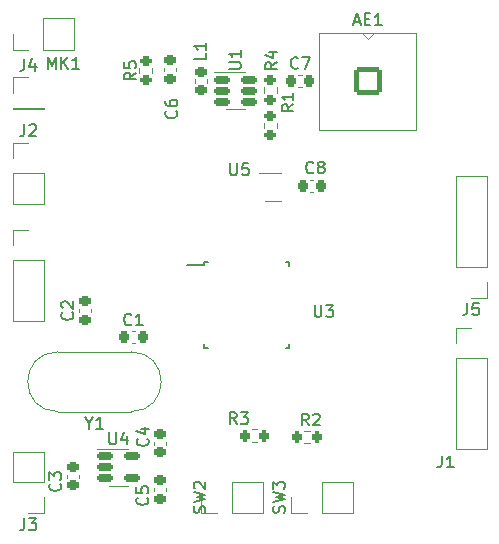
<source format=gto>
G04 #@! TF.GenerationSoftware,KiCad,Pcbnew,7.0.9-7.0.9~ubuntu22.04.1*
G04 #@! TF.CreationDate,2023-11-28T09:56:05+02:00*
G04 #@! TF.ProjectId,elepajaradio,656c6570-616a-4617-9261-64696f2e6b69,rev?*
G04 #@! TF.SameCoordinates,Original*
G04 #@! TF.FileFunction,Legend,Top*
G04 #@! TF.FilePolarity,Positive*
%FSLAX46Y46*%
G04 Gerber Fmt 4.6, Leading zero omitted, Abs format (unit mm)*
G04 Created by KiCad (PCBNEW 7.0.9-7.0.9~ubuntu22.04.1) date 2023-11-28 09:56:05*
%MOMM*%
%LPD*%
G01*
G04 APERTURE LIST*
G04 Aperture macros list*
%AMRoundRect*
0 Rectangle with rounded corners*
0 $1 Rounding radius*
0 $2 $3 $4 $5 $6 $7 $8 $9 X,Y pos of 4 corners*
0 Add a 4 corners polygon primitive as box body*
4,1,4,$2,$3,$4,$5,$6,$7,$8,$9,$2,$3,0*
0 Add four circle primitives for the rounded corners*
1,1,$1+$1,$2,$3*
1,1,$1+$1,$4,$5*
1,1,$1+$1,$6,$7*
1,1,$1+$1,$8,$9*
0 Add four rect primitives between the rounded corners*
20,1,$1+$1,$2,$3,$4,$5,0*
20,1,$1+$1,$4,$5,$6,$7,0*
20,1,$1+$1,$6,$7,$8,$9,0*
20,1,$1+$1,$8,$9,$2,$3,0*%
G04 Aperture macros list end*
%ADD10C,0.150000*%
%ADD11C,0.120000*%
%ADD12RoundRect,0.225000X-0.225000X-0.250000X0.225000X-0.250000X0.225000X0.250000X-0.225000X0.250000X0*%
%ADD13RoundRect,0.225000X0.250000X-0.225000X0.250000X0.225000X-0.250000X0.225000X-0.250000X-0.225000X0*%
%ADD14RoundRect,0.200000X-0.200000X-0.275000X0.200000X-0.275000X0.200000X0.275000X-0.200000X0.275000X0*%
%ADD15RoundRect,0.200100X-0.949900X0.949900X-0.949900X-0.949900X0.949900X-0.949900X0.949900X0.949900X0*%
%ADD16C,2.500000*%
%ADD17RoundRect,0.200000X-0.275000X0.200000X-0.275000X-0.200000X0.275000X-0.200000X0.275000X0.200000X0*%
%ADD18RoundRect,0.225000X-0.250000X0.225000X-0.250000X-0.225000X0.250000X-0.225000X0.250000X0.225000X0*%
%ADD19R,1.700000X1.700000*%
%ADD20O,1.700000X1.700000*%
%ADD21C,1.500000*%
%ADD22RoundRect,0.150000X-0.512500X-0.150000X0.512500X-0.150000X0.512500X0.150000X-0.512500X0.150000X0*%
%ADD23R,0.650000X0.400000*%
%ADD24RoundRect,0.200000X0.275000X-0.200000X0.275000X0.200000X-0.275000X0.200000X-0.275000X-0.200000X0*%
%ADD25RoundRect,0.225000X0.225000X0.250000X-0.225000X0.250000X-0.225000X-0.250000X0.225000X-0.250000X0*%
%ADD26R,1.600000X0.550000*%
%ADD27R,0.550000X1.600000*%
%ADD28RoundRect,0.200000X0.200000X0.275000X-0.200000X0.275000X-0.200000X-0.275000X0.200000X-0.275000X0*%
%ADD29RoundRect,0.218750X0.256250X-0.218750X0.256250X0.218750X-0.256250X0.218750X-0.256250X-0.218750X0*%
G04 APERTURE END LIST*
D10*
X149133333Y-86709580D02*
X149085714Y-86757200D01*
X149085714Y-86757200D02*
X148942857Y-86804819D01*
X148942857Y-86804819D02*
X148847619Y-86804819D01*
X148847619Y-86804819D02*
X148704762Y-86757200D01*
X148704762Y-86757200D02*
X148609524Y-86661961D01*
X148609524Y-86661961D02*
X148561905Y-86566723D01*
X148561905Y-86566723D02*
X148514286Y-86376247D01*
X148514286Y-86376247D02*
X148514286Y-86233390D01*
X148514286Y-86233390D02*
X148561905Y-86042914D01*
X148561905Y-86042914D02*
X148609524Y-85947676D01*
X148609524Y-85947676D02*
X148704762Y-85852438D01*
X148704762Y-85852438D02*
X148847619Y-85804819D01*
X148847619Y-85804819D02*
X148942857Y-85804819D01*
X148942857Y-85804819D02*
X149085714Y-85852438D01*
X149085714Y-85852438D02*
X149133333Y-85900057D01*
X149704762Y-86233390D02*
X149609524Y-86185771D01*
X149609524Y-86185771D02*
X149561905Y-86138152D01*
X149561905Y-86138152D02*
X149514286Y-86042914D01*
X149514286Y-86042914D02*
X149514286Y-85995295D01*
X149514286Y-85995295D02*
X149561905Y-85900057D01*
X149561905Y-85900057D02*
X149609524Y-85852438D01*
X149609524Y-85852438D02*
X149704762Y-85804819D01*
X149704762Y-85804819D02*
X149895238Y-85804819D01*
X149895238Y-85804819D02*
X149990476Y-85852438D01*
X149990476Y-85852438D02*
X150038095Y-85900057D01*
X150038095Y-85900057D02*
X150085714Y-85995295D01*
X150085714Y-85995295D02*
X150085714Y-86042914D01*
X150085714Y-86042914D02*
X150038095Y-86138152D01*
X150038095Y-86138152D02*
X149990476Y-86185771D01*
X149990476Y-86185771D02*
X149895238Y-86233390D01*
X149895238Y-86233390D02*
X149704762Y-86233390D01*
X149704762Y-86233390D02*
X149609524Y-86281009D01*
X149609524Y-86281009D02*
X149561905Y-86328628D01*
X149561905Y-86328628D02*
X149514286Y-86423866D01*
X149514286Y-86423866D02*
X149514286Y-86614342D01*
X149514286Y-86614342D02*
X149561905Y-86709580D01*
X149561905Y-86709580D02*
X149609524Y-86757200D01*
X149609524Y-86757200D02*
X149704762Y-86804819D01*
X149704762Y-86804819D02*
X149895238Y-86804819D01*
X149895238Y-86804819D02*
X149990476Y-86757200D01*
X149990476Y-86757200D02*
X150038095Y-86709580D01*
X150038095Y-86709580D02*
X150085714Y-86614342D01*
X150085714Y-86614342D02*
X150085714Y-86423866D01*
X150085714Y-86423866D02*
X150038095Y-86328628D01*
X150038095Y-86328628D02*
X149990476Y-86281009D01*
X149990476Y-86281009D02*
X149895238Y-86233390D01*
X128709580Y-98586666D02*
X128757200Y-98634285D01*
X128757200Y-98634285D02*
X128804819Y-98777142D01*
X128804819Y-98777142D02*
X128804819Y-98872380D01*
X128804819Y-98872380D02*
X128757200Y-99015237D01*
X128757200Y-99015237D02*
X128661961Y-99110475D01*
X128661961Y-99110475D02*
X128566723Y-99158094D01*
X128566723Y-99158094D02*
X128376247Y-99205713D01*
X128376247Y-99205713D02*
X128233390Y-99205713D01*
X128233390Y-99205713D02*
X128042914Y-99158094D01*
X128042914Y-99158094D02*
X127947676Y-99110475D01*
X127947676Y-99110475D02*
X127852438Y-99015237D01*
X127852438Y-99015237D02*
X127804819Y-98872380D01*
X127804819Y-98872380D02*
X127804819Y-98777142D01*
X127804819Y-98777142D02*
X127852438Y-98634285D01*
X127852438Y-98634285D02*
X127900057Y-98586666D01*
X127900057Y-98205713D02*
X127852438Y-98158094D01*
X127852438Y-98158094D02*
X127804819Y-98062856D01*
X127804819Y-98062856D02*
X127804819Y-97824761D01*
X127804819Y-97824761D02*
X127852438Y-97729523D01*
X127852438Y-97729523D02*
X127900057Y-97681904D01*
X127900057Y-97681904D02*
X127995295Y-97634285D01*
X127995295Y-97634285D02*
X128090533Y-97634285D01*
X128090533Y-97634285D02*
X128233390Y-97681904D01*
X128233390Y-97681904D02*
X128804819Y-98253332D01*
X128804819Y-98253332D02*
X128804819Y-97634285D01*
X142633333Y-108034819D02*
X142300000Y-107558628D01*
X142061905Y-108034819D02*
X142061905Y-107034819D01*
X142061905Y-107034819D02*
X142442857Y-107034819D01*
X142442857Y-107034819D02*
X142538095Y-107082438D01*
X142538095Y-107082438D02*
X142585714Y-107130057D01*
X142585714Y-107130057D02*
X142633333Y-107225295D01*
X142633333Y-107225295D02*
X142633333Y-107368152D01*
X142633333Y-107368152D02*
X142585714Y-107463390D01*
X142585714Y-107463390D02*
X142538095Y-107511009D01*
X142538095Y-107511009D02*
X142442857Y-107558628D01*
X142442857Y-107558628D02*
X142061905Y-107558628D01*
X142966667Y-107034819D02*
X143585714Y-107034819D01*
X143585714Y-107034819D02*
X143252381Y-107415771D01*
X143252381Y-107415771D02*
X143395238Y-107415771D01*
X143395238Y-107415771D02*
X143490476Y-107463390D01*
X143490476Y-107463390D02*
X143538095Y-107511009D01*
X143538095Y-107511009D02*
X143585714Y-107606247D01*
X143585714Y-107606247D02*
X143585714Y-107844342D01*
X143585714Y-107844342D02*
X143538095Y-107939580D01*
X143538095Y-107939580D02*
X143490476Y-107987200D01*
X143490476Y-107987200D02*
X143395238Y-108034819D01*
X143395238Y-108034819D02*
X143109524Y-108034819D01*
X143109524Y-108034819D02*
X143014286Y-107987200D01*
X143014286Y-107987200D02*
X142966667Y-107939580D01*
X152583333Y-73969104D02*
X153059523Y-73969104D01*
X152488095Y-74254819D02*
X152821428Y-73254819D01*
X152821428Y-73254819D02*
X153154761Y-74254819D01*
X153488095Y-73731009D02*
X153821428Y-73731009D01*
X153964285Y-74254819D02*
X153488095Y-74254819D01*
X153488095Y-74254819D02*
X153488095Y-73254819D01*
X153488095Y-73254819D02*
X153964285Y-73254819D01*
X154916666Y-74254819D02*
X154345238Y-74254819D01*
X154630952Y-74254819D02*
X154630952Y-73254819D01*
X154630952Y-73254819D02*
X154535714Y-73397676D01*
X154535714Y-73397676D02*
X154440476Y-73492914D01*
X154440476Y-73492914D02*
X154345238Y-73540533D01*
X134102150Y-78284796D02*
X133625959Y-78618129D01*
X134102150Y-78856224D02*
X133102150Y-78856224D01*
X133102150Y-78856224D02*
X133102150Y-78475272D01*
X133102150Y-78475272D02*
X133149769Y-78380034D01*
X133149769Y-78380034D02*
X133197388Y-78332415D01*
X133197388Y-78332415D02*
X133292626Y-78284796D01*
X133292626Y-78284796D02*
X133435483Y-78284796D01*
X133435483Y-78284796D02*
X133530721Y-78332415D01*
X133530721Y-78332415D02*
X133578340Y-78380034D01*
X133578340Y-78380034D02*
X133625959Y-78475272D01*
X133625959Y-78475272D02*
X133625959Y-78856224D01*
X133102150Y-77380034D02*
X133102150Y-77856224D01*
X133102150Y-77856224D02*
X133578340Y-77903843D01*
X133578340Y-77903843D02*
X133530721Y-77856224D01*
X133530721Y-77856224D02*
X133483102Y-77760986D01*
X133483102Y-77760986D02*
X133483102Y-77522891D01*
X133483102Y-77522891D02*
X133530721Y-77427653D01*
X133530721Y-77427653D02*
X133578340Y-77380034D01*
X133578340Y-77380034D02*
X133673578Y-77332415D01*
X133673578Y-77332415D02*
X133911673Y-77332415D01*
X133911673Y-77332415D02*
X134006911Y-77380034D01*
X134006911Y-77380034D02*
X134054531Y-77427653D01*
X134054531Y-77427653D02*
X134102150Y-77522891D01*
X134102150Y-77522891D02*
X134102150Y-77760986D01*
X134102150Y-77760986D02*
X134054531Y-77856224D01*
X134054531Y-77856224D02*
X134006911Y-77903843D01*
X135059580Y-114266666D02*
X135107200Y-114314285D01*
X135107200Y-114314285D02*
X135154819Y-114457142D01*
X135154819Y-114457142D02*
X135154819Y-114552380D01*
X135154819Y-114552380D02*
X135107200Y-114695237D01*
X135107200Y-114695237D02*
X135011961Y-114790475D01*
X135011961Y-114790475D02*
X134916723Y-114838094D01*
X134916723Y-114838094D02*
X134726247Y-114885713D01*
X134726247Y-114885713D02*
X134583390Y-114885713D01*
X134583390Y-114885713D02*
X134392914Y-114838094D01*
X134392914Y-114838094D02*
X134297676Y-114790475D01*
X134297676Y-114790475D02*
X134202438Y-114695237D01*
X134202438Y-114695237D02*
X134154819Y-114552380D01*
X134154819Y-114552380D02*
X134154819Y-114457142D01*
X134154819Y-114457142D02*
X134202438Y-114314285D01*
X134202438Y-114314285D02*
X134250057Y-114266666D01*
X134154819Y-113361904D02*
X134154819Y-113838094D01*
X134154819Y-113838094D02*
X134631009Y-113885713D01*
X134631009Y-113885713D02*
X134583390Y-113838094D01*
X134583390Y-113838094D02*
X134535771Y-113742856D01*
X134535771Y-113742856D02*
X134535771Y-113504761D01*
X134535771Y-113504761D02*
X134583390Y-113409523D01*
X134583390Y-113409523D02*
X134631009Y-113361904D01*
X134631009Y-113361904D02*
X134726247Y-113314285D01*
X134726247Y-113314285D02*
X134964342Y-113314285D01*
X134964342Y-113314285D02*
X135059580Y-113361904D01*
X135059580Y-113361904D02*
X135107200Y-113409523D01*
X135107200Y-113409523D02*
X135154819Y-113504761D01*
X135154819Y-113504761D02*
X135154819Y-113742856D01*
X135154819Y-113742856D02*
X135107200Y-113838094D01*
X135107200Y-113838094D02*
X135059580Y-113885713D01*
X139939319Y-115563332D02*
X139986938Y-115420475D01*
X139986938Y-115420475D02*
X139986938Y-115182380D01*
X139986938Y-115182380D02*
X139939319Y-115087142D01*
X139939319Y-115087142D02*
X139891699Y-115039523D01*
X139891699Y-115039523D02*
X139796461Y-114991904D01*
X139796461Y-114991904D02*
X139701223Y-114991904D01*
X139701223Y-114991904D02*
X139605985Y-115039523D01*
X139605985Y-115039523D02*
X139558366Y-115087142D01*
X139558366Y-115087142D02*
X139510747Y-115182380D01*
X139510747Y-115182380D02*
X139463128Y-115372856D01*
X139463128Y-115372856D02*
X139415509Y-115468094D01*
X139415509Y-115468094D02*
X139367890Y-115515713D01*
X139367890Y-115515713D02*
X139272652Y-115563332D01*
X139272652Y-115563332D02*
X139177414Y-115563332D01*
X139177414Y-115563332D02*
X139082176Y-115515713D01*
X139082176Y-115515713D02*
X139034557Y-115468094D01*
X139034557Y-115468094D02*
X138986938Y-115372856D01*
X138986938Y-115372856D02*
X138986938Y-115134761D01*
X138986938Y-115134761D02*
X139034557Y-114991904D01*
X138986938Y-114658570D02*
X139986938Y-114420475D01*
X139986938Y-114420475D02*
X139272652Y-114229999D01*
X139272652Y-114229999D02*
X139986938Y-114039523D01*
X139986938Y-114039523D02*
X138986938Y-113801428D01*
X139082176Y-113468094D02*
X139034557Y-113420475D01*
X139034557Y-113420475D02*
X138986938Y-113325237D01*
X138986938Y-113325237D02*
X138986938Y-113087142D01*
X138986938Y-113087142D02*
X139034557Y-112991904D01*
X139034557Y-112991904D02*
X139082176Y-112944285D01*
X139082176Y-112944285D02*
X139177414Y-112896666D01*
X139177414Y-112896666D02*
X139272652Y-112896666D01*
X139272652Y-112896666D02*
X139415509Y-112944285D01*
X139415509Y-112944285D02*
X139986938Y-113515713D01*
X139986938Y-113515713D02*
X139986938Y-112896666D01*
X124666666Y-77124819D02*
X124666666Y-77839104D01*
X124666666Y-77839104D02*
X124619047Y-77981961D01*
X124619047Y-77981961D02*
X124523809Y-78077200D01*
X124523809Y-78077200D02*
X124380952Y-78124819D01*
X124380952Y-78124819D02*
X124285714Y-78124819D01*
X125571428Y-77458152D02*
X125571428Y-78124819D01*
X125333333Y-77077200D02*
X125095238Y-77791485D01*
X125095238Y-77791485D02*
X125714285Y-77791485D01*
X146667200Y-115563332D02*
X146714819Y-115420475D01*
X146714819Y-115420475D02*
X146714819Y-115182380D01*
X146714819Y-115182380D02*
X146667200Y-115087142D01*
X146667200Y-115087142D02*
X146619580Y-115039523D01*
X146619580Y-115039523D02*
X146524342Y-114991904D01*
X146524342Y-114991904D02*
X146429104Y-114991904D01*
X146429104Y-114991904D02*
X146333866Y-115039523D01*
X146333866Y-115039523D02*
X146286247Y-115087142D01*
X146286247Y-115087142D02*
X146238628Y-115182380D01*
X146238628Y-115182380D02*
X146191009Y-115372856D01*
X146191009Y-115372856D02*
X146143390Y-115468094D01*
X146143390Y-115468094D02*
X146095771Y-115515713D01*
X146095771Y-115515713D02*
X146000533Y-115563332D01*
X146000533Y-115563332D02*
X145905295Y-115563332D01*
X145905295Y-115563332D02*
X145810057Y-115515713D01*
X145810057Y-115515713D02*
X145762438Y-115468094D01*
X145762438Y-115468094D02*
X145714819Y-115372856D01*
X145714819Y-115372856D02*
X145714819Y-115134761D01*
X145714819Y-115134761D02*
X145762438Y-114991904D01*
X145714819Y-114658570D02*
X146714819Y-114420475D01*
X146714819Y-114420475D02*
X146000533Y-114229999D01*
X146000533Y-114229999D02*
X146714819Y-114039523D01*
X146714819Y-114039523D02*
X145714819Y-113801428D01*
X145714819Y-113515713D02*
X145714819Y-112896666D01*
X145714819Y-112896666D02*
X146095771Y-113229999D01*
X146095771Y-113229999D02*
X146095771Y-113087142D01*
X146095771Y-113087142D02*
X146143390Y-112991904D01*
X146143390Y-112991904D02*
X146191009Y-112944285D01*
X146191009Y-112944285D02*
X146286247Y-112896666D01*
X146286247Y-112896666D02*
X146524342Y-112896666D01*
X146524342Y-112896666D02*
X146619580Y-112944285D01*
X146619580Y-112944285D02*
X146667200Y-112991904D01*
X146667200Y-112991904D02*
X146714819Y-113087142D01*
X146714819Y-113087142D02*
X146714819Y-113372856D01*
X146714819Y-113372856D02*
X146667200Y-113468094D01*
X146667200Y-113468094D02*
X146619580Y-113515713D01*
X127680498Y-113066666D02*
X127728118Y-113114285D01*
X127728118Y-113114285D02*
X127775737Y-113257142D01*
X127775737Y-113257142D02*
X127775737Y-113352380D01*
X127775737Y-113352380D02*
X127728118Y-113495237D01*
X127728118Y-113495237D02*
X127632879Y-113590475D01*
X127632879Y-113590475D02*
X127537641Y-113638094D01*
X127537641Y-113638094D02*
X127347165Y-113685713D01*
X127347165Y-113685713D02*
X127204308Y-113685713D01*
X127204308Y-113685713D02*
X127013832Y-113638094D01*
X127013832Y-113638094D02*
X126918594Y-113590475D01*
X126918594Y-113590475D02*
X126823356Y-113495237D01*
X126823356Y-113495237D02*
X126775737Y-113352380D01*
X126775737Y-113352380D02*
X126775737Y-113257142D01*
X126775737Y-113257142D02*
X126823356Y-113114285D01*
X126823356Y-113114285D02*
X126870975Y-113066666D01*
X126775737Y-112733332D02*
X126775737Y-112114285D01*
X126775737Y-112114285D02*
X127156689Y-112447618D01*
X127156689Y-112447618D02*
X127156689Y-112304761D01*
X127156689Y-112304761D02*
X127204308Y-112209523D01*
X127204308Y-112209523D02*
X127251927Y-112161904D01*
X127251927Y-112161904D02*
X127347165Y-112114285D01*
X127347165Y-112114285D02*
X127585260Y-112114285D01*
X127585260Y-112114285D02*
X127680498Y-112161904D01*
X127680498Y-112161904D02*
X127728118Y-112209523D01*
X127728118Y-112209523D02*
X127775737Y-112304761D01*
X127775737Y-112304761D02*
X127775737Y-112590475D01*
X127775737Y-112590475D02*
X127728118Y-112685713D01*
X127728118Y-112685713D02*
X127680498Y-112733332D01*
X130123809Y-107953628D02*
X130123809Y-108429819D01*
X129790476Y-107429819D02*
X130123809Y-107953628D01*
X130123809Y-107953628D02*
X130457142Y-107429819D01*
X131314285Y-108429819D02*
X130742857Y-108429819D01*
X131028571Y-108429819D02*
X131028571Y-107429819D01*
X131028571Y-107429819D02*
X130933333Y-107572676D01*
X130933333Y-107572676D02*
X130838095Y-107667914D01*
X130838095Y-107667914D02*
X130742857Y-107715533D01*
X160016666Y-110704819D02*
X160016666Y-111419104D01*
X160016666Y-111419104D02*
X159969047Y-111561961D01*
X159969047Y-111561961D02*
X159873809Y-111657200D01*
X159873809Y-111657200D02*
X159730952Y-111704819D01*
X159730952Y-111704819D02*
X159635714Y-111704819D01*
X161016666Y-111704819D02*
X160445238Y-111704819D01*
X160730952Y-111704819D02*
X160730952Y-110704819D01*
X160730952Y-110704819D02*
X160635714Y-110847676D01*
X160635714Y-110847676D02*
X160540476Y-110942914D01*
X160540476Y-110942914D02*
X160445238Y-110990533D01*
X131858095Y-108744819D02*
X131858095Y-109554342D01*
X131858095Y-109554342D02*
X131905714Y-109649580D01*
X131905714Y-109649580D02*
X131953333Y-109697200D01*
X131953333Y-109697200D02*
X132048571Y-109744819D01*
X132048571Y-109744819D02*
X132239047Y-109744819D01*
X132239047Y-109744819D02*
X132334285Y-109697200D01*
X132334285Y-109697200D02*
X132381904Y-109649580D01*
X132381904Y-109649580D02*
X132429523Y-109554342D01*
X132429523Y-109554342D02*
X132429523Y-108744819D01*
X133334285Y-109078152D02*
X133334285Y-109744819D01*
X133096190Y-108697200D02*
X132858095Y-109411485D01*
X132858095Y-109411485D02*
X133477142Y-109411485D01*
X135087587Y-109266666D02*
X135135207Y-109314285D01*
X135135207Y-109314285D02*
X135182826Y-109457142D01*
X135182826Y-109457142D02*
X135182826Y-109552380D01*
X135182826Y-109552380D02*
X135135207Y-109695237D01*
X135135207Y-109695237D02*
X135039968Y-109790475D01*
X135039968Y-109790475D02*
X134944730Y-109838094D01*
X134944730Y-109838094D02*
X134754254Y-109885713D01*
X134754254Y-109885713D02*
X134611397Y-109885713D01*
X134611397Y-109885713D02*
X134420921Y-109838094D01*
X134420921Y-109838094D02*
X134325683Y-109790475D01*
X134325683Y-109790475D02*
X134230445Y-109695237D01*
X134230445Y-109695237D02*
X134182826Y-109552380D01*
X134182826Y-109552380D02*
X134182826Y-109457142D01*
X134182826Y-109457142D02*
X134230445Y-109314285D01*
X134230445Y-109314285D02*
X134278064Y-109266666D01*
X134516159Y-108409523D02*
X135182826Y-108409523D01*
X134135207Y-108647618D02*
X134849492Y-108885713D01*
X134849492Y-108885713D02*
X134849492Y-108266666D01*
X142098095Y-85964819D02*
X142098095Y-86774342D01*
X142098095Y-86774342D02*
X142145714Y-86869580D01*
X142145714Y-86869580D02*
X142193333Y-86917200D01*
X142193333Y-86917200D02*
X142288571Y-86964819D01*
X142288571Y-86964819D02*
X142479047Y-86964819D01*
X142479047Y-86964819D02*
X142574285Y-86917200D01*
X142574285Y-86917200D02*
X142621904Y-86869580D01*
X142621904Y-86869580D02*
X142669523Y-86774342D01*
X142669523Y-86774342D02*
X142669523Y-85964819D01*
X143621904Y-85964819D02*
X143145714Y-85964819D01*
X143145714Y-85964819D02*
X143098095Y-86441009D01*
X143098095Y-86441009D02*
X143145714Y-86393390D01*
X143145714Y-86393390D02*
X143240952Y-86345771D01*
X143240952Y-86345771D02*
X143479047Y-86345771D01*
X143479047Y-86345771D02*
X143574285Y-86393390D01*
X143574285Y-86393390D02*
X143621904Y-86441009D01*
X143621904Y-86441009D02*
X143669523Y-86536247D01*
X143669523Y-86536247D02*
X143669523Y-86774342D01*
X143669523Y-86774342D02*
X143621904Y-86869580D01*
X143621904Y-86869580D02*
X143574285Y-86917200D01*
X143574285Y-86917200D02*
X143479047Y-86964819D01*
X143479047Y-86964819D02*
X143240952Y-86964819D01*
X143240952Y-86964819D02*
X143145714Y-86917200D01*
X143145714Y-86917200D02*
X143098095Y-86869580D01*
X126640476Y-77964819D02*
X126640476Y-76964819D01*
X126640476Y-76964819D02*
X126973809Y-77679104D01*
X126973809Y-77679104D02*
X127307142Y-76964819D01*
X127307142Y-76964819D02*
X127307142Y-77964819D01*
X127783333Y-77964819D02*
X127783333Y-76964819D01*
X128354761Y-77964819D02*
X127926190Y-77393390D01*
X128354761Y-76964819D02*
X127783333Y-77536247D01*
X129307142Y-77964819D02*
X128735714Y-77964819D01*
X129021428Y-77964819D02*
X129021428Y-76964819D01*
X129021428Y-76964819D02*
X128926190Y-77107676D01*
X128926190Y-77107676D02*
X128830952Y-77202914D01*
X128830952Y-77202914D02*
X128735714Y-77250533D01*
X146054819Y-77416666D02*
X145578628Y-77749999D01*
X146054819Y-77988094D02*
X145054819Y-77988094D01*
X145054819Y-77988094D02*
X145054819Y-77607142D01*
X145054819Y-77607142D02*
X145102438Y-77511904D01*
X145102438Y-77511904D02*
X145150057Y-77464285D01*
X145150057Y-77464285D02*
X145245295Y-77416666D01*
X145245295Y-77416666D02*
X145388152Y-77416666D01*
X145388152Y-77416666D02*
X145483390Y-77464285D01*
X145483390Y-77464285D02*
X145531009Y-77511904D01*
X145531009Y-77511904D02*
X145578628Y-77607142D01*
X145578628Y-77607142D02*
X145578628Y-77988094D01*
X145388152Y-76559523D02*
X146054819Y-76559523D01*
X145007200Y-76797618D02*
X145721485Y-77035713D01*
X145721485Y-77035713D02*
X145721485Y-76416666D01*
X124666666Y-116014819D02*
X124666666Y-116729104D01*
X124666666Y-116729104D02*
X124619047Y-116871961D01*
X124619047Y-116871961D02*
X124523809Y-116967200D01*
X124523809Y-116967200D02*
X124380952Y-117014819D01*
X124380952Y-117014819D02*
X124285714Y-117014819D01*
X125047619Y-116014819D02*
X125666666Y-116014819D01*
X125666666Y-116014819D02*
X125333333Y-116395771D01*
X125333333Y-116395771D02*
X125476190Y-116395771D01*
X125476190Y-116395771D02*
X125571428Y-116443390D01*
X125571428Y-116443390D02*
X125619047Y-116491009D01*
X125619047Y-116491009D02*
X125666666Y-116586247D01*
X125666666Y-116586247D02*
X125666666Y-116824342D01*
X125666666Y-116824342D02*
X125619047Y-116919580D01*
X125619047Y-116919580D02*
X125571428Y-116967200D01*
X125571428Y-116967200D02*
X125476190Y-117014819D01*
X125476190Y-117014819D02*
X125190476Y-117014819D01*
X125190476Y-117014819D02*
X125095238Y-116967200D01*
X125095238Y-116967200D02*
X125047619Y-116919580D01*
X141994819Y-77971904D02*
X142804342Y-77971904D01*
X142804342Y-77971904D02*
X142899580Y-77924285D01*
X142899580Y-77924285D02*
X142947200Y-77876666D01*
X142947200Y-77876666D02*
X142994819Y-77781428D01*
X142994819Y-77781428D02*
X142994819Y-77590952D01*
X142994819Y-77590952D02*
X142947200Y-77495714D01*
X142947200Y-77495714D02*
X142899580Y-77448095D01*
X142899580Y-77448095D02*
X142804342Y-77400476D01*
X142804342Y-77400476D02*
X141994819Y-77400476D01*
X142994819Y-76400476D02*
X142994819Y-76971904D01*
X142994819Y-76686190D02*
X141994819Y-76686190D01*
X141994819Y-76686190D02*
X142137676Y-76781428D01*
X142137676Y-76781428D02*
X142232914Y-76876666D01*
X142232914Y-76876666D02*
X142280533Y-76971904D01*
X147444819Y-80976666D02*
X146968628Y-81309999D01*
X147444819Y-81548094D02*
X146444819Y-81548094D01*
X146444819Y-81548094D02*
X146444819Y-81167142D01*
X146444819Y-81167142D02*
X146492438Y-81071904D01*
X146492438Y-81071904D02*
X146540057Y-81024285D01*
X146540057Y-81024285D02*
X146635295Y-80976666D01*
X146635295Y-80976666D02*
X146778152Y-80976666D01*
X146778152Y-80976666D02*
X146873390Y-81024285D01*
X146873390Y-81024285D02*
X146921009Y-81071904D01*
X146921009Y-81071904D02*
X146968628Y-81167142D01*
X146968628Y-81167142D02*
X146968628Y-81548094D01*
X147444819Y-80024285D02*
X147444819Y-80595713D01*
X147444819Y-80309999D02*
X146444819Y-80309999D01*
X146444819Y-80309999D02*
X146587676Y-80405237D01*
X146587676Y-80405237D02*
X146682914Y-80500475D01*
X146682914Y-80500475D02*
X146730533Y-80595713D01*
X124666666Y-82649819D02*
X124666666Y-83364104D01*
X124666666Y-83364104D02*
X124619047Y-83506961D01*
X124619047Y-83506961D02*
X124523809Y-83602200D01*
X124523809Y-83602200D02*
X124380952Y-83649819D01*
X124380952Y-83649819D02*
X124285714Y-83649819D01*
X125095238Y-82745057D02*
X125142857Y-82697438D01*
X125142857Y-82697438D02*
X125238095Y-82649819D01*
X125238095Y-82649819D02*
X125476190Y-82649819D01*
X125476190Y-82649819D02*
X125571428Y-82697438D01*
X125571428Y-82697438D02*
X125619047Y-82745057D01*
X125619047Y-82745057D02*
X125666666Y-82840295D01*
X125666666Y-82840295D02*
X125666666Y-82935533D01*
X125666666Y-82935533D02*
X125619047Y-83078390D01*
X125619047Y-83078390D02*
X125047619Y-83649819D01*
X125047619Y-83649819D02*
X125666666Y-83649819D01*
X162166666Y-97784819D02*
X162166666Y-98499104D01*
X162166666Y-98499104D02*
X162119047Y-98641961D01*
X162119047Y-98641961D02*
X162023809Y-98737200D01*
X162023809Y-98737200D02*
X161880952Y-98784819D01*
X161880952Y-98784819D02*
X161785714Y-98784819D01*
X163119047Y-97784819D02*
X162642857Y-97784819D01*
X162642857Y-97784819D02*
X162595238Y-98261009D01*
X162595238Y-98261009D02*
X162642857Y-98213390D01*
X162642857Y-98213390D02*
X162738095Y-98165771D01*
X162738095Y-98165771D02*
X162976190Y-98165771D01*
X162976190Y-98165771D02*
X163071428Y-98213390D01*
X163071428Y-98213390D02*
X163119047Y-98261009D01*
X163119047Y-98261009D02*
X163166666Y-98356247D01*
X163166666Y-98356247D02*
X163166666Y-98594342D01*
X163166666Y-98594342D02*
X163119047Y-98689580D01*
X163119047Y-98689580D02*
X163071428Y-98737200D01*
X163071428Y-98737200D02*
X162976190Y-98784819D01*
X162976190Y-98784819D02*
X162738095Y-98784819D01*
X162738095Y-98784819D02*
X162642857Y-98737200D01*
X162642857Y-98737200D02*
X162595238Y-98689580D01*
X133733333Y-99579580D02*
X133685714Y-99627200D01*
X133685714Y-99627200D02*
X133542857Y-99674819D01*
X133542857Y-99674819D02*
X133447619Y-99674819D01*
X133447619Y-99674819D02*
X133304762Y-99627200D01*
X133304762Y-99627200D02*
X133209524Y-99531961D01*
X133209524Y-99531961D02*
X133161905Y-99436723D01*
X133161905Y-99436723D02*
X133114286Y-99246247D01*
X133114286Y-99246247D02*
X133114286Y-99103390D01*
X133114286Y-99103390D02*
X133161905Y-98912914D01*
X133161905Y-98912914D02*
X133209524Y-98817676D01*
X133209524Y-98817676D02*
X133304762Y-98722438D01*
X133304762Y-98722438D02*
X133447619Y-98674819D01*
X133447619Y-98674819D02*
X133542857Y-98674819D01*
X133542857Y-98674819D02*
X133685714Y-98722438D01*
X133685714Y-98722438D02*
X133733333Y-98770057D01*
X134685714Y-99674819D02*
X134114286Y-99674819D01*
X134400000Y-99674819D02*
X134400000Y-98674819D01*
X134400000Y-98674819D02*
X134304762Y-98817676D01*
X134304762Y-98817676D02*
X134209524Y-98912914D01*
X134209524Y-98912914D02*
X134114286Y-98960533D01*
X147834177Y-77869580D02*
X147786558Y-77917200D01*
X147786558Y-77917200D02*
X147643701Y-77964819D01*
X147643701Y-77964819D02*
X147548463Y-77964819D01*
X147548463Y-77964819D02*
X147405606Y-77917200D01*
X147405606Y-77917200D02*
X147310368Y-77821961D01*
X147310368Y-77821961D02*
X147262749Y-77726723D01*
X147262749Y-77726723D02*
X147215130Y-77536247D01*
X147215130Y-77536247D02*
X147215130Y-77393390D01*
X147215130Y-77393390D02*
X147262749Y-77202914D01*
X147262749Y-77202914D02*
X147310368Y-77107676D01*
X147310368Y-77107676D02*
X147405606Y-77012438D01*
X147405606Y-77012438D02*
X147548463Y-76964819D01*
X147548463Y-76964819D02*
X147643701Y-76964819D01*
X147643701Y-76964819D02*
X147786558Y-77012438D01*
X147786558Y-77012438D02*
X147834177Y-77060057D01*
X148167511Y-76964819D02*
X148834177Y-76964819D01*
X148834177Y-76964819D02*
X148405606Y-77964819D01*
X149238095Y-97954819D02*
X149238095Y-98764342D01*
X149238095Y-98764342D02*
X149285714Y-98859580D01*
X149285714Y-98859580D02*
X149333333Y-98907200D01*
X149333333Y-98907200D02*
X149428571Y-98954819D01*
X149428571Y-98954819D02*
X149619047Y-98954819D01*
X149619047Y-98954819D02*
X149714285Y-98907200D01*
X149714285Y-98907200D02*
X149761904Y-98859580D01*
X149761904Y-98859580D02*
X149809523Y-98764342D01*
X149809523Y-98764342D02*
X149809523Y-97954819D01*
X150190476Y-97954819D02*
X150809523Y-97954819D01*
X150809523Y-97954819D02*
X150476190Y-98335771D01*
X150476190Y-98335771D02*
X150619047Y-98335771D01*
X150619047Y-98335771D02*
X150714285Y-98383390D01*
X150714285Y-98383390D02*
X150761904Y-98431009D01*
X150761904Y-98431009D02*
X150809523Y-98526247D01*
X150809523Y-98526247D02*
X150809523Y-98764342D01*
X150809523Y-98764342D02*
X150761904Y-98859580D01*
X150761904Y-98859580D02*
X150714285Y-98907200D01*
X150714285Y-98907200D02*
X150619047Y-98954819D01*
X150619047Y-98954819D02*
X150333333Y-98954819D01*
X150333333Y-98954819D02*
X150238095Y-98907200D01*
X150238095Y-98907200D02*
X150190476Y-98859580D01*
X137499580Y-81516666D02*
X137547200Y-81564285D01*
X137547200Y-81564285D02*
X137594819Y-81707142D01*
X137594819Y-81707142D02*
X137594819Y-81802380D01*
X137594819Y-81802380D02*
X137547200Y-81945237D01*
X137547200Y-81945237D02*
X137451961Y-82040475D01*
X137451961Y-82040475D02*
X137356723Y-82088094D01*
X137356723Y-82088094D02*
X137166247Y-82135713D01*
X137166247Y-82135713D02*
X137023390Y-82135713D01*
X137023390Y-82135713D02*
X136832914Y-82088094D01*
X136832914Y-82088094D02*
X136737676Y-82040475D01*
X136737676Y-82040475D02*
X136642438Y-81945237D01*
X136642438Y-81945237D02*
X136594819Y-81802380D01*
X136594819Y-81802380D02*
X136594819Y-81707142D01*
X136594819Y-81707142D02*
X136642438Y-81564285D01*
X136642438Y-81564285D02*
X136690057Y-81516666D01*
X136594819Y-80659523D02*
X136594819Y-80849999D01*
X136594819Y-80849999D02*
X136642438Y-80945237D01*
X136642438Y-80945237D02*
X136690057Y-80992856D01*
X136690057Y-80992856D02*
X136832914Y-81088094D01*
X136832914Y-81088094D02*
X137023390Y-81135713D01*
X137023390Y-81135713D02*
X137404342Y-81135713D01*
X137404342Y-81135713D02*
X137499580Y-81088094D01*
X137499580Y-81088094D02*
X137547200Y-81040475D01*
X137547200Y-81040475D02*
X137594819Y-80945237D01*
X137594819Y-80945237D02*
X137594819Y-80754761D01*
X137594819Y-80754761D02*
X137547200Y-80659523D01*
X137547200Y-80659523D02*
X137499580Y-80611904D01*
X137499580Y-80611904D02*
X137404342Y-80564285D01*
X137404342Y-80564285D02*
X137166247Y-80564285D01*
X137166247Y-80564285D02*
X137071009Y-80611904D01*
X137071009Y-80611904D02*
X137023390Y-80659523D01*
X137023390Y-80659523D02*
X136975771Y-80754761D01*
X136975771Y-80754761D02*
X136975771Y-80945237D01*
X136975771Y-80945237D02*
X137023390Y-81040475D01*
X137023390Y-81040475D02*
X137071009Y-81088094D01*
X137071009Y-81088094D02*
X137166247Y-81135713D01*
X148733333Y-108154819D02*
X148400000Y-107678628D01*
X148161905Y-108154819D02*
X148161905Y-107154819D01*
X148161905Y-107154819D02*
X148542857Y-107154819D01*
X148542857Y-107154819D02*
X148638095Y-107202438D01*
X148638095Y-107202438D02*
X148685714Y-107250057D01*
X148685714Y-107250057D02*
X148733333Y-107345295D01*
X148733333Y-107345295D02*
X148733333Y-107488152D01*
X148733333Y-107488152D02*
X148685714Y-107583390D01*
X148685714Y-107583390D02*
X148638095Y-107631009D01*
X148638095Y-107631009D02*
X148542857Y-107678628D01*
X148542857Y-107678628D02*
X148161905Y-107678628D01*
X149114286Y-107250057D02*
X149161905Y-107202438D01*
X149161905Y-107202438D02*
X149257143Y-107154819D01*
X149257143Y-107154819D02*
X149495238Y-107154819D01*
X149495238Y-107154819D02*
X149590476Y-107202438D01*
X149590476Y-107202438D02*
X149638095Y-107250057D01*
X149638095Y-107250057D02*
X149685714Y-107345295D01*
X149685714Y-107345295D02*
X149685714Y-107440533D01*
X149685714Y-107440533D02*
X149638095Y-107583390D01*
X149638095Y-107583390D02*
X149066667Y-108154819D01*
X149066667Y-108154819D02*
X149685714Y-108154819D01*
X140040663Y-76625590D02*
X140040663Y-77101780D01*
X140040663Y-77101780D02*
X139040663Y-77101780D01*
X140040663Y-75768447D02*
X140040663Y-76339875D01*
X140040663Y-76054161D02*
X139040663Y-76054161D01*
X139040663Y-76054161D02*
X139183520Y-76149399D01*
X139183520Y-76149399D02*
X139278758Y-76244637D01*
X139278758Y-76244637D02*
X139326377Y-76339875D01*
D11*
X148859420Y-87340000D02*
X149140580Y-87340000D01*
X148859420Y-88360000D02*
X149140580Y-88360000D01*
X129270000Y-98560580D02*
X129270000Y-98279420D01*
X130290000Y-98560580D02*
X130290000Y-98279420D01*
X143897742Y-108487500D02*
X144372258Y-108487500D01*
X143897742Y-109532500D02*
X144372258Y-109532500D01*
X157850000Y-74900000D02*
X149650000Y-74900000D01*
X157850000Y-74900000D02*
X157850000Y-83100000D01*
X153250000Y-74900000D02*
X153750000Y-75400000D01*
X149650000Y-74900000D02*
X149650000Y-83100000D01*
X153750000Y-75400000D02*
X154250000Y-74900000D01*
X157850000Y-83100000D02*
X149650000Y-83100000D01*
X135448149Y-77851907D02*
X135448149Y-78326423D01*
X134403149Y-77851907D02*
X134403149Y-78326423D01*
X136647119Y-113422820D02*
X136647119Y-113703980D01*
X135627119Y-113422820D02*
X135627119Y-113703980D01*
X139640000Y-115560000D02*
X139640000Y-114230000D01*
X140970000Y-115560000D02*
X139640000Y-115560000D01*
X142240000Y-115560000D02*
X144840000Y-115560000D01*
X142240000Y-115560000D02*
X142240000Y-112900000D01*
X144840000Y-115560000D02*
X144840000Y-112900000D01*
X142240000Y-112900000D02*
X144840000Y-112900000D01*
X123670000Y-78670000D02*
X125000000Y-78670000D01*
X123670000Y-80000000D02*
X123670000Y-78670000D01*
X123670000Y-81270000D02*
X123670000Y-81330000D01*
X123670000Y-81270000D02*
X126330000Y-81270000D01*
X123670000Y-81330000D02*
X126330000Y-81330000D01*
X126330000Y-81270000D02*
X126330000Y-81330000D01*
X147260000Y-115560000D02*
X147260000Y-114230000D01*
X148590000Y-115560000D02*
X147260000Y-115560000D01*
X149860000Y-115560000D02*
X152460000Y-115560000D01*
X149860000Y-115560000D02*
X149860000Y-112900000D01*
X152460000Y-115560000D02*
X152460000Y-112900000D01*
X149860000Y-112900000D02*
X152460000Y-112900000D01*
X128240918Y-112598988D02*
X128240918Y-112317828D01*
X129260918Y-112598988D02*
X129260918Y-112317828D01*
X133725000Y-106975000D02*
X127475000Y-106975000D01*
X133725000Y-101925000D02*
X127475000Y-101925000D01*
X133725000Y-106975000D02*
G75*
G03*
X133725000Y-101925000I0J2525000D01*
G01*
X127475000Y-101925000D02*
G75*
G03*
X127475000Y-106975000I0J-2525000D01*
G01*
X161170000Y-99860000D02*
X162500000Y-99860000D01*
X161170000Y-101190000D02*
X161170000Y-99860000D01*
X161170000Y-102460000D02*
X161170000Y-110140000D01*
X161170000Y-102460000D02*
X163830000Y-102460000D01*
X161170000Y-110140000D02*
X163830000Y-110140000D01*
X163830000Y-102460000D02*
X163830000Y-110140000D01*
X132620000Y-110130000D02*
X130820000Y-110130000D01*
X132620000Y-110130000D02*
X133420000Y-110130000D01*
X132620000Y-113250000D02*
X131820000Y-113250000D01*
X132620000Y-113250000D02*
X133420000Y-113250000D01*
X135648007Y-109796785D02*
X135648007Y-109515625D01*
X136668007Y-109796785D02*
X136668007Y-109515625D01*
X145030000Y-89110000D02*
X146430000Y-89110000D01*
X146430000Y-86790000D02*
X144530000Y-86790000D01*
X123670000Y-76330000D02*
X123670000Y-75000000D01*
X125000000Y-76330000D02*
X123670000Y-76330000D01*
X126270000Y-76330000D02*
X128870000Y-76330000D01*
X126270000Y-76330000D02*
X126270000Y-73670000D01*
X128870000Y-76330000D02*
X128870000Y-73670000D01*
X126270000Y-73670000D02*
X128870000Y-73670000D01*
X144977500Y-79987258D02*
X144977500Y-79512742D01*
X146022500Y-79987258D02*
X146022500Y-79512742D01*
X123670000Y-91585000D02*
X125000000Y-91585000D01*
X123670000Y-92915000D02*
X123670000Y-91585000D01*
X123670000Y-94185000D02*
X123670000Y-99325000D01*
X123670000Y-94185000D02*
X126330000Y-94185000D01*
X123670000Y-99325000D02*
X126330000Y-99325000D01*
X126330000Y-94185000D02*
X126330000Y-99325000D01*
X126330000Y-115560000D02*
X125000000Y-115560000D01*
X126330000Y-114230000D02*
X126330000Y-115560000D01*
X126330000Y-112960000D02*
X126330000Y-110360000D01*
X126330000Y-112960000D02*
X123670000Y-112960000D01*
X126330000Y-110360000D02*
X123670000Y-110360000D01*
X123670000Y-112960000D02*
X123670000Y-110360000D01*
X142532500Y-78260000D02*
X140732500Y-78260000D01*
X142532500Y-78260000D02*
X143332500Y-78260000D01*
X142532500Y-81380000D02*
X141732500Y-81380000D01*
X142532500Y-81380000D02*
X143332500Y-81380000D01*
X146022500Y-82512742D02*
X146022500Y-82987258D01*
X144977500Y-82512742D02*
X144977500Y-82987258D01*
X123670000Y-84195000D02*
X125000000Y-84195000D01*
X123670000Y-85525000D02*
X123670000Y-84195000D01*
X123670000Y-86795000D02*
X123670000Y-89395000D01*
X123670000Y-86795000D02*
X126330000Y-86795000D01*
X123670000Y-89395000D02*
X126330000Y-89395000D01*
X126330000Y-86795000D02*
X126330000Y-89395000D01*
X163830000Y-97330000D02*
X162500000Y-97330000D01*
X163830000Y-96000000D02*
X163830000Y-97330000D01*
X163830000Y-94730000D02*
X163830000Y-87050000D01*
X163830000Y-94730000D02*
X161170000Y-94730000D01*
X163830000Y-87050000D02*
X161170000Y-87050000D01*
X161170000Y-94730000D02*
X161170000Y-87050000D01*
X133759420Y-100140000D02*
X134040580Y-100140000D01*
X133759420Y-101160000D02*
X134040580Y-101160000D01*
X148140580Y-79510000D02*
X147859420Y-79510000D01*
X148140580Y-78490000D02*
X147859420Y-78490000D01*
D10*
X139855000Y-94325000D02*
X139855000Y-94550000D01*
X139855000Y-94325000D02*
X140180000Y-94325000D01*
X139855000Y-94550000D02*
X138430000Y-94550000D01*
X139855000Y-101575000D02*
X139855000Y-101250000D01*
X139855000Y-101575000D02*
X140180000Y-101575000D01*
X147105000Y-94325000D02*
X146780000Y-94325000D01*
X147105000Y-94325000D02*
X147105000Y-94650000D01*
X147105000Y-101575000D02*
X146780000Y-101575000D01*
X147105000Y-101575000D02*
X147105000Y-101250000D01*
D11*
X137510000Y-77884420D02*
X137510000Y-78165580D01*
X136490000Y-77884420D02*
X136490000Y-78165580D01*
X148827258Y-109672500D02*
X148352742Y-109672500D01*
X148827258Y-108627500D02*
X148352742Y-108627500D01*
X139090000Y-79162779D02*
X139090000Y-78837221D01*
X140110000Y-79162779D02*
X140110000Y-78837221D01*
%LPC*%
D12*
X148225000Y-87850000D03*
X149775000Y-87850000D03*
D13*
X129780000Y-99195000D03*
X129780000Y-97645000D03*
D14*
X143310000Y-109010000D03*
X144960000Y-109010000D03*
D15*
X153750000Y-79000000D03*
D16*
X156290000Y-76460000D03*
X151210000Y-76460000D03*
X156290000Y-81540000D03*
X151210000Y-81540000D03*
D17*
X134925649Y-77264165D03*
X134925649Y-78914165D03*
D18*
X136137119Y-112788400D03*
X136137119Y-114338400D03*
D19*
X140970000Y-114230000D03*
D20*
X143510000Y-114230000D03*
D19*
X125000000Y-80000000D03*
X148590000Y-114230000D03*
D20*
X151130000Y-114230000D03*
D13*
X128750918Y-113233408D03*
X128750918Y-111683408D03*
D21*
X133050000Y-104450000D03*
X128150000Y-104450000D03*
D19*
X162500000Y-101190000D03*
D20*
X162500000Y-103730000D03*
X162500000Y-106270000D03*
X162500000Y-108810000D03*
D22*
X131482500Y-110740000D03*
X131482500Y-111690000D03*
X131482500Y-112640000D03*
X133757500Y-112640000D03*
X133757500Y-110740000D03*
D13*
X136158007Y-110431205D03*
X136158007Y-108881205D03*
D23*
X144780000Y-87300000D03*
X144780000Y-87950000D03*
X144780000Y-88600000D03*
X146680000Y-88600000D03*
X146680000Y-87950000D03*
X146680000Y-87300000D03*
D19*
X125000000Y-75000000D03*
D20*
X127540000Y-75000000D03*
D24*
X145500000Y-80575000D03*
X145500000Y-78925000D03*
D19*
X125000000Y-92915000D03*
D20*
X125000000Y-95455000D03*
X125000000Y-97995000D03*
D19*
X125000000Y-114230000D03*
D20*
X125000000Y-111690000D03*
D22*
X141395000Y-78870000D03*
X141395000Y-79820000D03*
X141395000Y-80770000D03*
X143670000Y-80770000D03*
X143670000Y-79820000D03*
X143670000Y-78870000D03*
D17*
X145500000Y-81925000D03*
X145500000Y-83575000D03*
D19*
X125000000Y-85525000D03*
D20*
X125000000Y-88065000D03*
D19*
X162500000Y-96000000D03*
D20*
X162500000Y-93460000D03*
X162500000Y-90920000D03*
X162500000Y-88380000D03*
D12*
X133125000Y-100650000D03*
X134675000Y-100650000D03*
D25*
X148775000Y-79000000D03*
X147225000Y-79000000D03*
D26*
X139230000Y-95150000D03*
X139230000Y-95950000D03*
X139230000Y-96750000D03*
X139230000Y-97550000D03*
X139230000Y-98350000D03*
X139230000Y-99150000D03*
X139230000Y-99950000D03*
X139230000Y-100750000D03*
D27*
X140680000Y-102200000D03*
X141480000Y-102200000D03*
X142280000Y-102200000D03*
X143080000Y-102200000D03*
X143880000Y-102200000D03*
X144680000Y-102200000D03*
X145480000Y-102200000D03*
X146280000Y-102200000D03*
D26*
X147730000Y-100750000D03*
X147730000Y-99950000D03*
X147730000Y-99150000D03*
X147730000Y-98350000D03*
X147730000Y-97550000D03*
X147730000Y-96750000D03*
X147730000Y-95950000D03*
X147730000Y-95150000D03*
D27*
X146280000Y-93700000D03*
X145480000Y-93700000D03*
X144680000Y-93700000D03*
X143880000Y-93700000D03*
X143080000Y-93700000D03*
X142280000Y-93700000D03*
X141480000Y-93700000D03*
X140680000Y-93700000D03*
D18*
X137000000Y-77250000D03*
X137000000Y-78800000D03*
D28*
X149415000Y-109150000D03*
X147765000Y-109150000D03*
D29*
X139600000Y-79787500D03*
X139600000Y-78212500D03*
%LPD*%
M02*

</source>
